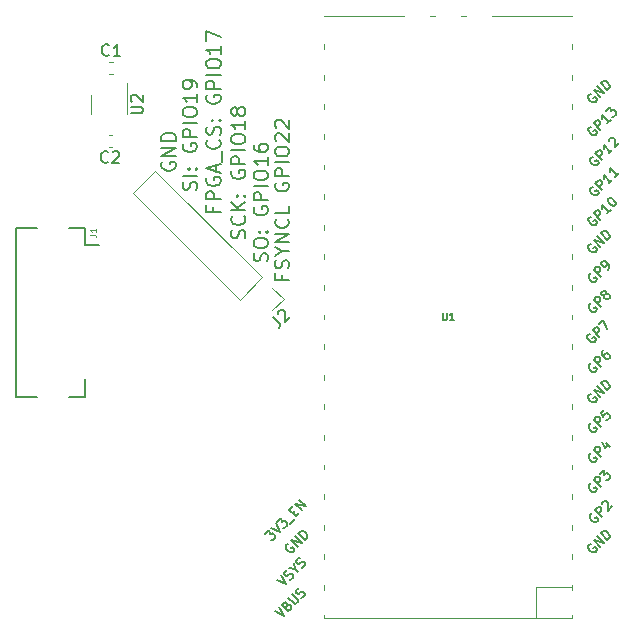
<source format=gbr>
G04 #@! TF.GenerationSoftware,KiCad,Pcbnew,(6.0.9)*
G04 #@! TF.CreationDate,2024-07-14T21:11:06-07:00*
G04 #@! TF.ProjectId,AccArray_PICO,41636341-7272-4617-995f-5049434f2e6b,rev?*
G04 #@! TF.SameCoordinates,Original*
G04 #@! TF.FileFunction,Legend,Top*
G04 #@! TF.FilePolarity,Positive*
%FSLAX46Y46*%
G04 Gerber Fmt 4.6, Leading zero omitted, Abs format (unit mm)*
G04 Created by KiCad (PCBNEW (6.0.9)) date 2024-07-14 21:11:06*
%MOMM*%
%LPD*%
G01*
G04 APERTURE LIST*
%ADD10C,0.200000*%
%ADD11C,0.150000*%
%ADD12C,0.125000*%
%ADD13C,0.120000*%
G04 APERTURE END LIST*
D10*
X149314285Y-89642857D02*
X149314285Y-90042857D01*
X149942857Y-90042857D02*
X148742857Y-90042857D01*
X148742857Y-89471428D01*
X149885714Y-89071428D02*
X149942857Y-88900000D01*
X149942857Y-88614285D01*
X149885714Y-88500000D01*
X149828571Y-88442857D01*
X149714285Y-88385714D01*
X149600000Y-88385714D01*
X149485714Y-88442857D01*
X149428571Y-88500000D01*
X149371428Y-88614285D01*
X149314285Y-88842857D01*
X149257142Y-88957142D01*
X149200000Y-89014285D01*
X149085714Y-89071428D01*
X148971428Y-89071428D01*
X148857142Y-89014285D01*
X148800000Y-88957142D01*
X148742857Y-88842857D01*
X148742857Y-88557142D01*
X148800000Y-88385714D01*
X149371428Y-87642857D02*
X149942857Y-87642857D01*
X148742857Y-88042857D02*
X149371428Y-87642857D01*
X148742857Y-87242857D01*
X149942857Y-86842857D02*
X148742857Y-86842857D01*
X149942857Y-86157142D01*
X148742857Y-86157142D01*
X149828571Y-84900000D02*
X149885714Y-84957142D01*
X149942857Y-85128571D01*
X149942857Y-85242857D01*
X149885714Y-85414285D01*
X149771428Y-85528571D01*
X149657142Y-85585714D01*
X149428571Y-85642857D01*
X149257142Y-85642857D01*
X149028571Y-85585714D01*
X148914285Y-85528571D01*
X148800000Y-85414285D01*
X148742857Y-85242857D01*
X148742857Y-85128571D01*
X148800000Y-84957142D01*
X148857142Y-84900000D01*
X149942857Y-83814285D02*
X149942857Y-84385714D01*
X148742857Y-84385714D01*
X148800000Y-81871428D02*
X148742857Y-81985714D01*
X148742857Y-82157142D01*
X148800000Y-82328571D01*
X148914285Y-82442857D01*
X149028571Y-82500000D01*
X149257142Y-82557142D01*
X149428571Y-82557142D01*
X149657142Y-82500000D01*
X149771428Y-82442857D01*
X149885714Y-82328571D01*
X149942857Y-82157142D01*
X149942857Y-82042857D01*
X149885714Y-81871428D01*
X149828571Y-81814285D01*
X149428571Y-81814285D01*
X149428571Y-82042857D01*
X149942857Y-81300000D02*
X148742857Y-81300000D01*
X148742857Y-80842857D01*
X148800000Y-80728571D01*
X148857142Y-80671428D01*
X148971428Y-80614285D01*
X149142857Y-80614285D01*
X149257142Y-80671428D01*
X149314285Y-80728571D01*
X149371428Y-80842857D01*
X149371428Y-81300000D01*
X149942857Y-80100000D02*
X148742857Y-80100000D01*
X148742857Y-79300000D02*
X148742857Y-79071428D01*
X148800000Y-78957142D01*
X148914285Y-78842857D01*
X149142857Y-78785714D01*
X149542857Y-78785714D01*
X149771428Y-78842857D01*
X149885714Y-78957142D01*
X149942857Y-79071428D01*
X149942857Y-79300000D01*
X149885714Y-79414285D01*
X149771428Y-79528571D01*
X149542857Y-79585714D01*
X149142857Y-79585714D01*
X148914285Y-79528571D01*
X148800000Y-79414285D01*
X148742857Y-79300000D01*
X148857142Y-78328571D02*
X148800000Y-78271428D01*
X148742857Y-78157142D01*
X148742857Y-77871428D01*
X148800000Y-77757142D01*
X148857142Y-77700000D01*
X148971428Y-77642857D01*
X149085714Y-77642857D01*
X149257142Y-77700000D01*
X149942857Y-78385714D01*
X149942857Y-77642857D01*
X148857142Y-77185714D02*
X148800000Y-77128571D01*
X148742857Y-77014285D01*
X148742857Y-76728571D01*
X148800000Y-76614285D01*
X148857142Y-76557142D01*
X148971428Y-76500000D01*
X149085714Y-76500000D01*
X149257142Y-76557142D01*
X149942857Y-77242857D01*
X149942857Y-76500000D01*
X139200000Y-80114285D02*
X139142857Y-80228571D01*
X139142857Y-80400000D01*
X139200000Y-80571428D01*
X139314285Y-80685714D01*
X139428571Y-80742857D01*
X139657142Y-80800000D01*
X139828571Y-80800000D01*
X140057142Y-80742857D01*
X140171428Y-80685714D01*
X140285714Y-80571428D01*
X140342857Y-80400000D01*
X140342857Y-80285714D01*
X140285714Y-80114285D01*
X140228571Y-80057142D01*
X139828571Y-80057142D01*
X139828571Y-80285714D01*
X140342857Y-79542857D02*
X139142857Y-79542857D01*
X140342857Y-78857142D01*
X139142857Y-78857142D01*
X140342857Y-78285714D02*
X139142857Y-78285714D01*
X139142857Y-78000000D01*
X139200000Y-77828571D01*
X139314285Y-77714285D01*
X139428571Y-77657142D01*
X139657142Y-77600000D01*
X139828571Y-77600000D01*
X140057142Y-77657142D01*
X140171428Y-77714285D01*
X140285714Y-77828571D01*
X140342857Y-78000000D01*
X140342857Y-78285714D01*
X148085714Y-88471428D02*
X148142857Y-88300000D01*
X148142857Y-88014285D01*
X148085714Y-87900000D01*
X148028571Y-87842857D01*
X147914285Y-87785714D01*
X147800000Y-87785714D01*
X147685714Y-87842857D01*
X147628571Y-87900000D01*
X147571428Y-88014285D01*
X147514285Y-88242857D01*
X147457142Y-88357142D01*
X147400000Y-88414285D01*
X147285714Y-88471428D01*
X147171428Y-88471428D01*
X147057142Y-88414285D01*
X147000000Y-88357142D01*
X146942857Y-88242857D01*
X146942857Y-87957142D01*
X147000000Y-87785714D01*
X146942857Y-87042857D02*
X146942857Y-86814285D01*
X147000000Y-86700000D01*
X147114285Y-86585714D01*
X147342857Y-86528571D01*
X147742857Y-86528571D01*
X147971428Y-86585714D01*
X148085714Y-86700000D01*
X148142857Y-86814285D01*
X148142857Y-87042857D01*
X148085714Y-87157142D01*
X147971428Y-87271428D01*
X147742857Y-87328571D01*
X147342857Y-87328571D01*
X147114285Y-87271428D01*
X147000000Y-87157142D01*
X146942857Y-87042857D01*
X148028571Y-86014285D02*
X148085714Y-85957142D01*
X148142857Y-86014285D01*
X148085714Y-86071428D01*
X148028571Y-86014285D01*
X148142857Y-86014285D01*
X147400000Y-86014285D02*
X147457142Y-85957142D01*
X147514285Y-86014285D01*
X147457142Y-86071428D01*
X147400000Y-86014285D01*
X147514285Y-86014285D01*
X147000000Y-83900000D02*
X146942857Y-84014285D01*
X146942857Y-84185714D01*
X147000000Y-84357142D01*
X147114285Y-84471428D01*
X147228571Y-84528571D01*
X147457142Y-84585714D01*
X147628571Y-84585714D01*
X147857142Y-84528571D01*
X147971428Y-84471428D01*
X148085714Y-84357142D01*
X148142857Y-84185714D01*
X148142857Y-84071428D01*
X148085714Y-83900000D01*
X148028571Y-83842857D01*
X147628571Y-83842857D01*
X147628571Y-84071428D01*
X148142857Y-83328571D02*
X146942857Y-83328571D01*
X146942857Y-82871428D01*
X147000000Y-82757142D01*
X147057142Y-82700000D01*
X147171428Y-82642857D01*
X147342857Y-82642857D01*
X147457142Y-82700000D01*
X147514285Y-82757142D01*
X147571428Y-82871428D01*
X147571428Y-83328571D01*
X148142857Y-82128571D02*
X146942857Y-82128571D01*
X146942857Y-81328571D02*
X146942857Y-81100000D01*
X147000000Y-80985714D01*
X147114285Y-80871428D01*
X147342857Y-80814285D01*
X147742857Y-80814285D01*
X147971428Y-80871428D01*
X148085714Y-80985714D01*
X148142857Y-81100000D01*
X148142857Y-81328571D01*
X148085714Y-81442857D01*
X147971428Y-81557142D01*
X147742857Y-81614285D01*
X147342857Y-81614285D01*
X147114285Y-81557142D01*
X147000000Y-81442857D01*
X146942857Y-81328571D01*
X148142857Y-79671428D02*
X148142857Y-80357142D01*
X148142857Y-80014285D02*
X146942857Y-80014285D01*
X147114285Y-80128571D01*
X147228571Y-80242857D01*
X147285714Y-80357142D01*
X146942857Y-78642857D02*
X146942857Y-78871428D01*
X147000000Y-78985714D01*
X147057142Y-79042857D01*
X147228571Y-79157142D01*
X147457142Y-79214285D01*
X147914285Y-79214285D01*
X148028571Y-79157142D01*
X148085714Y-79100000D01*
X148142857Y-78985714D01*
X148142857Y-78757142D01*
X148085714Y-78642857D01*
X148028571Y-78585714D01*
X147914285Y-78528571D01*
X147628571Y-78528571D01*
X147514285Y-78585714D01*
X147457142Y-78642857D01*
X147400000Y-78757142D01*
X147400000Y-78985714D01*
X147457142Y-79100000D01*
X147514285Y-79157142D01*
X147628571Y-79214285D01*
X142085714Y-82428571D02*
X142142857Y-82257142D01*
X142142857Y-81971428D01*
X142085714Y-81857142D01*
X142028571Y-81800000D01*
X141914285Y-81742857D01*
X141800000Y-81742857D01*
X141685714Y-81800000D01*
X141628571Y-81857142D01*
X141571428Y-81971428D01*
X141514285Y-82200000D01*
X141457142Y-82314285D01*
X141400000Y-82371428D01*
X141285714Y-82428571D01*
X141171428Y-82428571D01*
X141057142Y-82371428D01*
X141000000Y-82314285D01*
X140942857Y-82200000D01*
X140942857Y-81914285D01*
X141000000Y-81742857D01*
X142142857Y-81228571D02*
X140942857Y-81228571D01*
X142028571Y-80657142D02*
X142085714Y-80600000D01*
X142142857Y-80657142D01*
X142085714Y-80714285D01*
X142028571Y-80657142D01*
X142142857Y-80657142D01*
X141400000Y-80657142D02*
X141457142Y-80600000D01*
X141514285Y-80657142D01*
X141457142Y-80714285D01*
X141400000Y-80657142D01*
X141514285Y-80657142D01*
X141000000Y-78542857D02*
X140942857Y-78657142D01*
X140942857Y-78828571D01*
X141000000Y-79000000D01*
X141114285Y-79114285D01*
X141228571Y-79171428D01*
X141457142Y-79228571D01*
X141628571Y-79228571D01*
X141857142Y-79171428D01*
X141971428Y-79114285D01*
X142085714Y-79000000D01*
X142142857Y-78828571D01*
X142142857Y-78714285D01*
X142085714Y-78542857D01*
X142028571Y-78485714D01*
X141628571Y-78485714D01*
X141628571Y-78714285D01*
X142142857Y-77971428D02*
X140942857Y-77971428D01*
X140942857Y-77514285D01*
X141000000Y-77400000D01*
X141057142Y-77342857D01*
X141171428Y-77285714D01*
X141342857Y-77285714D01*
X141457142Y-77342857D01*
X141514285Y-77400000D01*
X141571428Y-77514285D01*
X141571428Y-77971428D01*
X142142857Y-76771428D02*
X140942857Y-76771428D01*
X140942857Y-75971428D02*
X140942857Y-75742857D01*
X141000000Y-75628571D01*
X141114285Y-75514285D01*
X141342857Y-75457142D01*
X141742857Y-75457142D01*
X141971428Y-75514285D01*
X142085714Y-75628571D01*
X142142857Y-75742857D01*
X142142857Y-75971428D01*
X142085714Y-76085714D01*
X141971428Y-76200000D01*
X141742857Y-76257142D01*
X141342857Y-76257142D01*
X141114285Y-76200000D01*
X141000000Y-76085714D01*
X140942857Y-75971428D01*
X142142857Y-74314285D02*
X142142857Y-75000000D01*
X142142857Y-74657142D02*
X140942857Y-74657142D01*
X141114285Y-74771428D01*
X141228571Y-74885714D01*
X141285714Y-75000000D01*
X142142857Y-73742857D02*
X142142857Y-73514285D01*
X142085714Y-73400000D01*
X142028571Y-73342857D01*
X141857142Y-73228571D01*
X141628571Y-73171428D01*
X141171428Y-73171428D01*
X141057142Y-73228571D01*
X141000000Y-73285714D01*
X140942857Y-73400000D01*
X140942857Y-73628571D01*
X141000000Y-73742857D01*
X141057142Y-73800000D01*
X141171428Y-73857142D01*
X141457142Y-73857142D01*
X141571428Y-73800000D01*
X141628571Y-73742857D01*
X141685714Y-73628571D01*
X141685714Y-73400000D01*
X141628571Y-73285714D01*
X141571428Y-73228571D01*
X141457142Y-73171428D01*
X143514285Y-83871428D02*
X143514285Y-84271428D01*
X144142857Y-84271428D02*
X142942857Y-84271428D01*
X142942857Y-83700000D01*
X144142857Y-83242857D02*
X142942857Y-83242857D01*
X142942857Y-82785714D01*
X143000000Y-82671428D01*
X143057142Y-82614285D01*
X143171428Y-82557142D01*
X143342857Y-82557142D01*
X143457142Y-82614285D01*
X143514285Y-82671428D01*
X143571428Y-82785714D01*
X143571428Y-83242857D01*
X143000000Y-81414285D02*
X142942857Y-81528571D01*
X142942857Y-81700000D01*
X143000000Y-81871428D01*
X143114285Y-81985714D01*
X143228571Y-82042857D01*
X143457142Y-82100000D01*
X143628571Y-82100000D01*
X143857142Y-82042857D01*
X143971428Y-81985714D01*
X144085714Y-81871428D01*
X144142857Y-81700000D01*
X144142857Y-81585714D01*
X144085714Y-81414285D01*
X144028571Y-81357142D01*
X143628571Y-81357142D01*
X143628571Y-81585714D01*
X143800000Y-80900000D02*
X143800000Y-80328571D01*
X144142857Y-81014285D02*
X142942857Y-80614285D01*
X144142857Y-80214285D01*
X144257142Y-80100000D02*
X144257142Y-79185714D01*
X144028571Y-78214285D02*
X144085714Y-78271428D01*
X144142857Y-78442857D01*
X144142857Y-78557142D01*
X144085714Y-78728571D01*
X143971428Y-78842857D01*
X143857142Y-78900000D01*
X143628571Y-78957142D01*
X143457142Y-78957142D01*
X143228571Y-78900000D01*
X143114285Y-78842857D01*
X143000000Y-78728571D01*
X142942857Y-78557142D01*
X142942857Y-78442857D01*
X143000000Y-78271428D01*
X143057142Y-78214285D01*
X144085714Y-77757142D02*
X144142857Y-77585714D01*
X144142857Y-77300000D01*
X144085714Y-77185714D01*
X144028571Y-77128571D01*
X143914285Y-77071428D01*
X143800000Y-77071428D01*
X143685714Y-77128571D01*
X143628571Y-77185714D01*
X143571428Y-77300000D01*
X143514285Y-77528571D01*
X143457142Y-77642857D01*
X143400000Y-77700000D01*
X143285714Y-77757142D01*
X143171428Y-77757142D01*
X143057142Y-77700000D01*
X143000000Y-77642857D01*
X142942857Y-77528571D01*
X142942857Y-77242857D01*
X143000000Y-77071428D01*
X144028571Y-76557142D02*
X144085714Y-76500000D01*
X144142857Y-76557142D01*
X144085714Y-76614285D01*
X144028571Y-76557142D01*
X144142857Y-76557142D01*
X143400000Y-76557142D02*
X143457142Y-76500000D01*
X143514285Y-76557142D01*
X143457142Y-76614285D01*
X143400000Y-76557142D01*
X143514285Y-76557142D01*
X143000000Y-74442857D02*
X142942857Y-74557142D01*
X142942857Y-74728571D01*
X143000000Y-74900000D01*
X143114285Y-75014285D01*
X143228571Y-75071428D01*
X143457142Y-75128571D01*
X143628571Y-75128571D01*
X143857142Y-75071428D01*
X143971428Y-75014285D01*
X144085714Y-74900000D01*
X144142857Y-74728571D01*
X144142857Y-74614285D01*
X144085714Y-74442857D01*
X144028571Y-74385714D01*
X143628571Y-74385714D01*
X143628571Y-74614285D01*
X144142857Y-73871428D02*
X142942857Y-73871428D01*
X142942857Y-73414285D01*
X143000000Y-73300000D01*
X143057142Y-73242857D01*
X143171428Y-73185714D01*
X143342857Y-73185714D01*
X143457142Y-73242857D01*
X143514285Y-73300000D01*
X143571428Y-73414285D01*
X143571428Y-73871428D01*
X144142857Y-72671428D02*
X142942857Y-72671428D01*
X142942857Y-71871428D02*
X142942857Y-71642857D01*
X143000000Y-71528571D01*
X143114285Y-71414285D01*
X143342857Y-71357142D01*
X143742857Y-71357142D01*
X143971428Y-71414285D01*
X144085714Y-71528571D01*
X144142857Y-71642857D01*
X144142857Y-71871428D01*
X144085714Y-71985714D01*
X143971428Y-72100000D01*
X143742857Y-72157142D01*
X143342857Y-72157142D01*
X143114285Y-72100000D01*
X143000000Y-71985714D01*
X142942857Y-71871428D01*
X144142857Y-70214285D02*
X144142857Y-70900000D01*
X144142857Y-70557142D02*
X142942857Y-70557142D01*
X143114285Y-70671428D01*
X143228571Y-70785714D01*
X143285714Y-70900000D01*
X142942857Y-69814285D02*
X142942857Y-69014285D01*
X144142857Y-69528571D01*
X146185714Y-86542857D02*
X146242857Y-86371428D01*
X146242857Y-86085714D01*
X146185714Y-85971428D01*
X146128571Y-85914285D01*
X146014285Y-85857142D01*
X145900000Y-85857142D01*
X145785714Y-85914285D01*
X145728571Y-85971428D01*
X145671428Y-86085714D01*
X145614285Y-86314285D01*
X145557142Y-86428571D01*
X145500000Y-86485714D01*
X145385714Y-86542857D01*
X145271428Y-86542857D01*
X145157142Y-86485714D01*
X145100000Y-86428571D01*
X145042857Y-86314285D01*
X145042857Y-86028571D01*
X145100000Y-85857142D01*
X146128571Y-84657142D02*
X146185714Y-84714285D01*
X146242857Y-84885714D01*
X146242857Y-85000000D01*
X146185714Y-85171428D01*
X146071428Y-85285714D01*
X145957142Y-85342857D01*
X145728571Y-85400000D01*
X145557142Y-85400000D01*
X145328571Y-85342857D01*
X145214285Y-85285714D01*
X145100000Y-85171428D01*
X145042857Y-85000000D01*
X145042857Y-84885714D01*
X145100000Y-84714285D01*
X145157142Y-84657142D01*
X146242857Y-84142857D02*
X145042857Y-84142857D01*
X146242857Y-83457142D02*
X145557142Y-83971428D01*
X145042857Y-83457142D02*
X145728571Y-84142857D01*
X146128571Y-82942857D02*
X146185714Y-82885714D01*
X146242857Y-82942857D01*
X146185714Y-83000000D01*
X146128571Y-82942857D01*
X146242857Y-82942857D01*
X145500000Y-82942857D02*
X145557142Y-82885714D01*
X145614285Y-82942857D01*
X145557142Y-83000000D01*
X145500000Y-82942857D01*
X145614285Y-82942857D01*
X145100000Y-80828571D02*
X145042857Y-80942857D01*
X145042857Y-81114285D01*
X145100000Y-81285714D01*
X145214285Y-81400000D01*
X145328571Y-81457142D01*
X145557142Y-81514285D01*
X145728571Y-81514285D01*
X145957142Y-81457142D01*
X146071428Y-81400000D01*
X146185714Y-81285714D01*
X146242857Y-81114285D01*
X146242857Y-81000000D01*
X146185714Y-80828571D01*
X146128571Y-80771428D01*
X145728571Y-80771428D01*
X145728571Y-81000000D01*
X146242857Y-80257142D02*
X145042857Y-80257142D01*
X145042857Y-79800000D01*
X145100000Y-79685714D01*
X145157142Y-79628571D01*
X145271428Y-79571428D01*
X145442857Y-79571428D01*
X145557142Y-79628571D01*
X145614285Y-79685714D01*
X145671428Y-79800000D01*
X145671428Y-80257142D01*
X146242857Y-79057142D02*
X145042857Y-79057142D01*
X145042857Y-78257142D02*
X145042857Y-78028571D01*
X145100000Y-77914285D01*
X145214285Y-77800000D01*
X145442857Y-77742857D01*
X145842857Y-77742857D01*
X146071428Y-77800000D01*
X146185714Y-77914285D01*
X146242857Y-78028571D01*
X146242857Y-78257142D01*
X146185714Y-78371428D01*
X146071428Y-78485714D01*
X145842857Y-78542857D01*
X145442857Y-78542857D01*
X145214285Y-78485714D01*
X145100000Y-78371428D01*
X145042857Y-78257142D01*
X146242857Y-76600000D02*
X146242857Y-77285714D01*
X146242857Y-76942857D02*
X145042857Y-76942857D01*
X145214285Y-77057142D01*
X145328571Y-77171428D01*
X145385714Y-77285714D01*
X145557142Y-75914285D02*
X145500000Y-76028571D01*
X145442857Y-76085714D01*
X145328571Y-76142857D01*
X145271428Y-76142857D01*
X145157142Y-76085714D01*
X145100000Y-76028571D01*
X145042857Y-75914285D01*
X145042857Y-75685714D01*
X145100000Y-75571428D01*
X145157142Y-75514285D01*
X145271428Y-75457142D01*
X145328571Y-75457142D01*
X145442857Y-75514285D01*
X145500000Y-75571428D01*
X145557142Y-75685714D01*
X145557142Y-75914285D01*
X145614285Y-76028571D01*
X145671428Y-76085714D01*
X145785714Y-76142857D01*
X146014285Y-76142857D01*
X146128571Y-76085714D01*
X146185714Y-76028571D01*
X146242857Y-75914285D01*
X146242857Y-75685714D01*
X146185714Y-75571428D01*
X146128571Y-75514285D01*
X146014285Y-75457142D01*
X145785714Y-75457142D01*
X145671428Y-75514285D01*
X145614285Y-75571428D01*
X145557142Y-75685714D01*
D11*
G04 #@! TO.C,J2*
X148616733Y-93188138D02*
X149121809Y-93693214D01*
X149189153Y-93827901D01*
X149189153Y-93962588D01*
X149121809Y-94097275D01*
X149054466Y-94164618D01*
X148987122Y-92952435D02*
X148987122Y-92885092D01*
X149020794Y-92784077D01*
X149189153Y-92615718D01*
X149290168Y-92582046D01*
X149357512Y-92582046D01*
X149458527Y-92615718D01*
X149525870Y-92683061D01*
X149593214Y-92817748D01*
X149593214Y-93625870D01*
X150030947Y-93188138D01*
D12*
G04 #@! TO.C,J1*
X133113690Y-86229166D02*
X133470833Y-86229166D01*
X133542261Y-86252976D01*
X133589880Y-86300595D01*
X133613690Y-86372023D01*
X133613690Y-86419642D01*
X133613690Y-85729166D02*
X133613690Y-86014880D01*
X133613690Y-85872023D02*
X133113690Y-85872023D01*
X133185119Y-85919642D01*
X133232738Y-85967261D01*
X133256547Y-86014880D01*
D11*
G04 #@! TO.C,U2*
X136552380Y-75961904D02*
X137361904Y-75961904D01*
X137457142Y-75914285D01*
X137504761Y-75866666D01*
X137552380Y-75771428D01*
X137552380Y-75580952D01*
X137504761Y-75485714D01*
X137457142Y-75438095D01*
X137361904Y-75390476D01*
X136552380Y-75390476D01*
X136647619Y-74961904D02*
X136600000Y-74914285D01*
X136552380Y-74819047D01*
X136552380Y-74580952D01*
X136600000Y-74485714D01*
X136647619Y-74438095D01*
X136742857Y-74390476D01*
X136838095Y-74390476D01*
X136980952Y-74438095D01*
X137552380Y-75009523D01*
X137552380Y-74390476D01*
G04 #@! TO.C,C2*
X134633333Y-80067142D02*
X134585714Y-80114761D01*
X134442857Y-80162380D01*
X134347619Y-80162380D01*
X134204761Y-80114761D01*
X134109523Y-80019523D01*
X134061904Y-79924285D01*
X134014285Y-79733809D01*
X134014285Y-79590952D01*
X134061904Y-79400476D01*
X134109523Y-79305238D01*
X134204761Y-79210000D01*
X134347619Y-79162380D01*
X134442857Y-79162380D01*
X134585714Y-79210000D01*
X134633333Y-79257619D01*
X135014285Y-79257619D02*
X135061904Y-79210000D01*
X135157142Y-79162380D01*
X135395238Y-79162380D01*
X135490476Y-79210000D01*
X135538095Y-79257619D01*
X135585714Y-79352857D01*
X135585714Y-79448095D01*
X135538095Y-79590952D01*
X134966666Y-80162380D01*
X135585714Y-80162380D01*
G04 #@! TO.C,C1*
X134703333Y-71007142D02*
X134655714Y-71054761D01*
X134512857Y-71102380D01*
X134417619Y-71102380D01*
X134274761Y-71054761D01*
X134179523Y-70959523D01*
X134131904Y-70864285D01*
X134084285Y-70673809D01*
X134084285Y-70530952D01*
X134131904Y-70340476D01*
X134179523Y-70245238D01*
X134274761Y-70150000D01*
X134417619Y-70102380D01*
X134512857Y-70102380D01*
X134655714Y-70150000D01*
X134703333Y-70197619D01*
X135655714Y-71102380D02*
X135084285Y-71102380D01*
X135370000Y-71102380D02*
X135370000Y-70102380D01*
X135274761Y-70245238D01*
X135179523Y-70340476D01*
X135084285Y-70388095D01*
G04 #@! TO.C,U1*
X162942857Y-92871428D02*
X162942857Y-93357142D01*
X162971428Y-93414285D01*
X163000000Y-93442857D01*
X163057142Y-93471428D01*
X163171428Y-93471428D01*
X163228571Y-93442857D01*
X163257142Y-93414285D01*
X163285714Y-93357142D01*
X163285714Y-92871428D01*
X163885714Y-93471428D02*
X163542857Y-93471428D01*
X163714285Y-93471428D02*
X163714285Y-92871428D01*
X163657142Y-92957142D01*
X163600000Y-93014285D01*
X163542857Y-93042857D01*
X175643722Y-82160592D02*
X175562910Y-82187529D01*
X175482097Y-82268341D01*
X175428223Y-82376091D01*
X175428223Y-82483841D01*
X175455160Y-82564653D01*
X175535972Y-82699340D01*
X175616784Y-82780152D01*
X175751471Y-82860964D01*
X175832284Y-82887902D01*
X175940033Y-82887902D01*
X176047783Y-82834027D01*
X176101658Y-82780152D01*
X176155532Y-82672402D01*
X176155532Y-82618528D01*
X175966971Y-82429966D01*
X175859221Y-82537715D01*
X176451844Y-82429966D02*
X175886158Y-81864280D01*
X176101658Y-81648781D01*
X176182470Y-81621844D01*
X176236345Y-81621844D01*
X176317157Y-81648781D01*
X176397969Y-81729593D01*
X176424906Y-81810406D01*
X176424906Y-81864280D01*
X176397969Y-81945093D01*
X176182470Y-82160592D01*
X177313841Y-81567969D02*
X176990592Y-81891218D01*
X177152216Y-81729593D02*
X176586531Y-81163908D01*
X176613468Y-81298595D01*
X176613468Y-81406345D01*
X176586531Y-81487157D01*
X177852589Y-81029221D02*
X177529340Y-81352470D01*
X177690964Y-81190845D02*
X177125279Y-80625160D01*
X177152216Y-80759847D01*
X177152216Y-80867597D01*
X177125279Y-80948409D01*
X149886158Y-112398155D02*
X149805346Y-112425093D01*
X149724534Y-112505905D01*
X149670659Y-112613654D01*
X149670659Y-112721404D01*
X149697597Y-112802216D01*
X149778409Y-112936903D01*
X149859221Y-113017715D01*
X149993908Y-113098528D01*
X150074720Y-113125465D01*
X150182470Y-113125465D01*
X150290219Y-113071590D01*
X150344094Y-113017715D01*
X150397969Y-112909966D01*
X150397969Y-112856091D01*
X150209407Y-112667529D01*
X150101658Y-112775279D01*
X150694280Y-112667529D02*
X150128595Y-112101844D01*
X151017529Y-112344280D01*
X150451844Y-111778595D01*
X151286903Y-112074906D02*
X150721218Y-111509221D01*
X150855905Y-111374534D01*
X150963654Y-111320659D01*
X151071404Y-111320659D01*
X151152216Y-111347597D01*
X151286903Y-111428409D01*
X151367715Y-111509221D01*
X151448528Y-111643908D01*
X151475465Y-111724720D01*
X151475465Y-111832470D01*
X151421590Y-111940219D01*
X151286903Y-112074906D01*
X175513096Y-102211218D02*
X175432284Y-102238155D01*
X175351471Y-102318967D01*
X175297597Y-102426717D01*
X175297597Y-102534467D01*
X175324534Y-102615279D01*
X175405346Y-102749966D01*
X175486158Y-102830778D01*
X175620845Y-102911590D01*
X175701658Y-102938528D01*
X175809407Y-102938528D01*
X175917157Y-102884653D01*
X175971032Y-102830778D01*
X176024906Y-102723028D01*
X176024906Y-102669154D01*
X175836345Y-102480592D01*
X175728595Y-102588341D01*
X176321218Y-102480592D02*
X175755532Y-101914906D01*
X175971032Y-101699407D01*
X176051844Y-101672470D01*
X176105719Y-101672470D01*
X176186531Y-101699407D01*
X176267343Y-101780219D01*
X176294280Y-101861032D01*
X176294280Y-101914906D01*
X176267343Y-101995719D01*
X176051844Y-102211218D01*
X176590592Y-101079847D02*
X176321218Y-101349221D01*
X176563654Y-101645532D01*
X176563654Y-101591658D01*
X176590592Y-101510845D01*
X176725279Y-101376158D01*
X176806091Y-101349221D01*
X176859966Y-101349221D01*
X176940778Y-101376158D01*
X177075465Y-101510845D01*
X177102402Y-101591658D01*
X177102402Y-101645532D01*
X177075465Y-101726345D01*
X176940778Y-101861032D01*
X176859966Y-101887969D01*
X176806091Y-101887969D01*
X148920473Y-115449966D02*
X149674720Y-115827089D01*
X149297597Y-115072842D01*
X149997969Y-115449966D02*
X150105719Y-115396091D01*
X150240406Y-115261404D01*
X150267343Y-115180592D01*
X150267343Y-115126717D01*
X150240406Y-115045905D01*
X150186531Y-114992030D01*
X150105719Y-114965093D01*
X150051844Y-114965093D01*
X149971032Y-114992030D01*
X149836345Y-115072842D01*
X149755532Y-115099780D01*
X149701658Y-115099780D01*
X149620845Y-115072842D01*
X149566971Y-115018967D01*
X149540033Y-114938155D01*
X149540033Y-114884280D01*
X149566971Y-114803468D01*
X149701658Y-114668781D01*
X149809407Y-114614906D01*
X150428967Y-114534094D02*
X150698341Y-114803468D01*
X149944094Y-114426345D02*
X150428967Y-114534094D01*
X150321218Y-114049221D01*
X151021590Y-114426345D02*
X151129340Y-114372470D01*
X151264027Y-114237783D01*
X151290964Y-114156971D01*
X151290964Y-114103096D01*
X151264027Y-114022284D01*
X151210152Y-113968409D01*
X151129340Y-113941471D01*
X151075465Y-113941471D01*
X150994653Y-113968409D01*
X150859966Y-114049221D01*
X150779154Y-114076158D01*
X150725279Y-114076158D01*
X150644467Y-114049221D01*
X150590592Y-113995346D01*
X150563654Y-113914534D01*
X150563654Y-113860659D01*
X150590592Y-113779847D01*
X150725279Y-113645160D01*
X150833028Y-113591285D01*
X147922131Y-111558308D02*
X148272317Y-111208122D01*
X148299255Y-111612183D01*
X148380067Y-111531370D01*
X148460879Y-111504433D01*
X148514754Y-111504433D01*
X148595566Y-111531370D01*
X148730253Y-111666057D01*
X148757190Y-111746870D01*
X148757190Y-111800744D01*
X148730253Y-111881557D01*
X148568629Y-112043181D01*
X148487816Y-112070118D01*
X148433942Y-112070118D01*
X148433942Y-111046497D02*
X149188189Y-111423621D01*
X148811065Y-110669374D01*
X148945752Y-110534687D02*
X149295938Y-110184500D01*
X149322876Y-110588561D01*
X149403688Y-110507749D01*
X149484500Y-110480812D01*
X149538375Y-110480812D01*
X149619187Y-110507749D01*
X149753874Y-110642436D01*
X149780812Y-110723248D01*
X149780812Y-110777123D01*
X149753874Y-110857935D01*
X149592250Y-111019560D01*
X149511438Y-111046497D01*
X149457563Y-111046497D01*
X150023248Y-110696311D02*
X150454247Y-110265312D01*
X150238748Y-109780439D02*
X150427309Y-109591877D01*
X150804433Y-109807377D02*
X150535059Y-110076751D01*
X149969374Y-109511065D01*
X150238748Y-109241691D01*
X151046870Y-109564940D02*
X150481184Y-108999255D01*
X151370118Y-109241691D01*
X150804433Y-108676006D01*
X175643722Y-79620592D02*
X175562910Y-79647529D01*
X175482097Y-79728341D01*
X175428223Y-79836091D01*
X175428223Y-79943841D01*
X175455160Y-80024653D01*
X175535972Y-80159340D01*
X175616784Y-80240152D01*
X175751471Y-80320964D01*
X175832284Y-80347902D01*
X175940033Y-80347902D01*
X176047783Y-80294027D01*
X176101658Y-80240152D01*
X176155532Y-80132402D01*
X176155532Y-80078528D01*
X175966971Y-79889966D01*
X175859221Y-79997715D01*
X176451844Y-79889966D02*
X175886158Y-79324280D01*
X176101658Y-79108781D01*
X176182470Y-79081844D01*
X176236345Y-79081844D01*
X176317157Y-79108781D01*
X176397969Y-79189593D01*
X176424906Y-79270406D01*
X176424906Y-79324280D01*
X176397969Y-79405093D01*
X176182470Y-79620592D01*
X177313841Y-79027969D02*
X176990592Y-79351218D01*
X177152216Y-79189593D02*
X176586531Y-78623908D01*
X176613468Y-78758595D01*
X176613468Y-78866345D01*
X176586531Y-78947157D01*
X177017529Y-78300659D02*
X177017529Y-78246784D01*
X177044467Y-78165972D01*
X177179154Y-78031285D01*
X177259966Y-78004348D01*
X177313841Y-78004348D01*
X177394653Y-78031285D01*
X177448528Y-78085160D01*
X177502402Y-78192910D01*
X177502402Y-78839407D01*
X177852589Y-78489221D01*
X175486158Y-112398155D02*
X175405346Y-112425093D01*
X175324534Y-112505905D01*
X175270659Y-112613654D01*
X175270659Y-112721404D01*
X175297597Y-112802216D01*
X175378409Y-112936903D01*
X175459221Y-113017715D01*
X175593908Y-113098528D01*
X175674720Y-113125465D01*
X175782470Y-113125465D01*
X175890219Y-113071590D01*
X175944094Y-113017715D01*
X175997969Y-112909966D01*
X175997969Y-112856091D01*
X175809407Y-112667529D01*
X175701658Y-112775279D01*
X176294280Y-112667529D02*
X175728595Y-112101844D01*
X176617529Y-112344280D01*
X176051844Y-111778595D01*
X176886903Y-112074906D02*
X176321218Y-111509221D01*
X176455905Y-111374534D01*
X176563654Y-111320659D01*
X176671404Y-111320659D01*
X176752216Y-111347597D01*
X176886903Y-111428409D01*
X176967715Y-111509221D01*
X177048528Y-111643908D01*
X177075465Y-111724720D01*
X177075465Y-111832470D01*
X177021590Y-111940219D01*
X176886903Y-112074906D01*
X175513096Y-92051218D02*
X175432284Y-92078155D01*
X175351471Y-92158967D01*
X175297597Y-92266717D01*
X175297597Y-92374467D01*
X175324534Y-92455279D01*
X175405346Y-92589966D01*
X175486158Y-92670778D01*
X175620845Y-92751590D01*
X175701658Y-92778528D01*
X175809407Y-92778528D01*
X175917157Y-92724653D01*
X175971032Y-92670778D01*
X176024906Y-92563028D01*
X176024906Y-92509154D01*
X175836345Y-92320592D01*
X175728595Y-92428341D01*
X176321218Y-92320592D02*
X175755532Y-91754906D01*
X175971032Y-91539407D01*
X176051844Y-91512470D01*
X176105719Y-91512470D01*
X176186531Y-91539407D01*
X176267343Y-91620219D01*
X176294280Y-91701032D01*
X176294280Y-91754906D01*
X176267343Y-91835719D01*
X176051844Y-92051218D01*
X176644467Y-91350845D02*
X176563654Y-91377783D01*
X176509780Y-91377783D01*
X176428967Y-91350845D01*
X176402030Y-91323908D01*
X176375093Y-91243096D01*
X176375093Y-91189221D01*
X176402030Y-91108409D01*
X176509780Y-91000659D01*
X176590592Y-90973722D01*
X176644467Y-90973722D01*
X176725279Y-91000659D01*
X176752216Y-91027597D01*
X176779154Y-91108409D01*
X176779154Y-91162284D01*
X176752216Y-91243096D01*
X176644467Y-91350845D01*
X176617529Y-91431658D01*
X176617529Y-91485532D01*
X176644467Y-91566345D01*
X176752216Y-91674094D01*
X176833028Y-91701032D01*
X176886903Y-91701032D01*
X176967715Y-91674094D01*
X177075465Y-91566345D01*
X177102402Y-91485532D01*
X177102402Y-91431658D01*
X177075465Y-91350845D01*
X176967715Y-91243096D01*
X176886903Y-91216158D01*
X176833028Y-91216158D01*
X176752216Y-91243096D01*
X175497722Y-84700592D02*
X175416910Y-84727529D01*
X175336097Y-84808341D01*
X175282223Y-84916091D01*
X175282223Y-85023841D01*
X175309160Y-85104653D01*
X175389972Y-85239340D01*
X175470784Y-85320152D01*
X175605471Y-85400964D01*
X175686284Y-85427902D01*
X175794033Y-85427902D01*
X175901783Y-85374027D01*
X175955658Y-85320152D01*
X176009532Y-85212402D01*
X176009532Y-85158528D01*
X175820971Y-84969966D01*
X175713221Y-85077715D01*
X176305844Y-84969966D02*
X175740158Y-84404280D01*
X175955658Y-84188781D01*
X176036470Y-84161844D01*
X176090345Y-84161844D01*
X176171157Y-84188781D01*
X176251969Y-84269593D01*
X176278906Y-84350406D01*
X176278906Y-84404280D01*
X176251969Y-84485093D01*
X176036470Y-84700592D01*
X177167841Y-84107969D02*
X176844592Y-84431218D01*
X177006216Y-84269593D02*
X176440531Y-83703908D01*
X176467468Y-83838595D01*
X176467468Y-83946345D01*
X176440531Y-84027157D01*
X176952341Y-83192097D02*
X177006216Y-83138223D01*
X177087028Y-83111285D01*
X177140903Y-83111285D01*
X177221715Y-83138223D01*
X177356402Y-83219035D01*
X177491089Y-83353722D01*
X177571902Y-83488409D01*
X177598839Y-83569221D01*
X177598839Y-83623096D01*
X177571902Y-83703908D01*
X177518027Y-83757783D01*
X177437215Y-83784720D01*
X177383340Y-83784720D01*
X177302528Y-83757783D01*
X177167841Y-83676971D01*
X177033154Y-83542284D01*
X176952341Y-83407597D01*
X176925404Y-83326784D01*
X176925404Y-83272910D01*
X176952341Y-83192097D01*
X175613096Y-109831218D02*
X175532284Y-109858155D01*
X175451471Y-109938967D01*
X175397597Y-110046717D01*
X175397597Y-110154467D01*
X175424534Y-110235279D01*
X175505346Y-110369966D01*
X175586158Y-110450778D01*
X175720845Y-110531590D01*
X175801658Y-110558528D01*
X175909407Y-110558528D01*
X176017157Y-110504653D01*
X176071032Y-110450778D01*
X176124906Y-110343028D01*
X176124906Y-110289154D01*
X175936345Y-110100592D01*
X175828595Y-110208341D01*
X176421218Y-110100592D02*
X175855532Y-109534906D01*
X176071032Y-109319407D01*
X176151844Y-109292470D01*
X176205719Y-109292470D01*
X176286531Y-109319407D01*
X176367343Y-109400219D01*
X176394280Y-109481032D01*
X176394280Y-109534906D01*
X176367343Y-109615719D01*
X176151844Y-109831218D01*
X176448155Y-109050033D02*
X176448155Y-108996158D01*
X176475093Y-108915346D01*
X176609780Y-108780659D01*
X176690592Y-108753722D01*
X176744467Y-108753722D01*
X176825279Y-108780659D01*
X176879154Y-108834534D01*
X176933028Y-108942284D01*
X176933028Y-109588781D01*
X177283215Y-109238595D01*
X175513096Y-104751218D02*
X175432284Y-104778155D01*
X175351471Y-104858967D01*
X175297597Y-104966717D01*
X175297597Y-105074467D01*
X175324534Y-105155279D01*
X175405346Y-105289966D01*
X175486158Y-105370778D01*
X175620845Y-105451590D01*
X175701658Y-105478528D01*
X175809407Y-105478528D01*
X175917157Y-105424653D01*
X175971032Y-105370778D01*
X176024906Y-105263028D01*
X176024906Y-105209154D01*
X175836345Y-105020592D01*
X175728595Y-105128341D01*
X176321218Y-105020592D02*
X175755532Y-104454906D01*
X175971032Y-104239407D01*
X176051844Y-104212470D01*
X176105719Y-104212470D01*
X176186531Y-104239407D01*
X176267343Y-104320219D01*
X176294280Y-104401032D01*
X176294280Y-104454906D01*
X176267343Y-104535719D01*
X176051844Y-104751218D01*
X176752216Y-103835346D02*
X177129340Y-104212470D01*
X176402030Y-103754534D02*
X176671404Y-104293282D01*
X177021590Y-103943096D01*
X175497722Y-77080592D02*
X175416910Y-77107529D01*
X175336097Y-77188341D01*
X175282223Y-77296091D01*
X175282223Y-77403841D01*
X175309160Y-77484653D01*
X175389972Y-77619340D01*
X175470784Y-77700152D01*
X175605471Y-77780964D01*
X175686284Y-77807902D01*
X175794033Y-77807902D01*
X175901783Y-77754027D01*
X175955658Y-77700152D01*
X176009532Y-77592402D01*
X176009532Y-77538528D01*
X175820971Y-77349966D01*
X175713221Y-77457715D01*
X176305844Y-77349966D02*
X175740158Y-76784280D01*
X175955658Y-76568781D01*
X176036470Y-76541844D01*
X176090345Y-76541844D01*
X176171157Y-76568781D01*
X176251969Y-76649593D01*
X176278906Y-76730406D01*
X176278906Y-76784280D01*
X176251969Y-76865093D01*
X176036470Y-77080592D01*
X177167841Y-76487969D02*
X176844592Y-76811218D01*
X177006216Y-76649593D02*
X176440531Y-76083908D01*
X176467468Y-76218595D01*
X176467468Y-76326345D01*
X176440531Y-76407157D01*
X176790717Y-75733722D02*
X177140903Y-75383536D01*
X177167841Y-75787597D01*
X177248653Y-75706784D01*
X177329465Y-75679847D01*
X177383340Y-75679847D01*
X177464152Y-75706784D01*
X177598839Y-75841471D01*
X177625776Y-75922284D01*
X177625776Y-75976158D01*
X177598839Y-76056971D01*
X177437215Y-76218595D01*
X177356402Y-76245532D01*
X177302528Y-76245532D01*
X175513096Y-107291218D02*
X175432284Y-107318155D01*
X175351471Y-107398967D01*
X175297597Y-107506717D01*
X175297597Y-107614467D01*
X175324534Y-107695279D01*
X175405346Y-107829966D01*
X175486158Y-107910778D01*
X175620845Y-107991590D01*
X175701658Y-108018528D01*
X175809407Y-108018528D01*
X175917157Y-107964653D01*
X175971032Y-107910778D01*
X176024906Y-107803028D01*
X176024906Y-107749154D01*
X175836345Y-107560592D01*
X175728595Y-107668341D01*
X176321218Y-107560592D02*
X175755532Y-106994906D01*
X175971032Y-106779407D01*
X176051844Y-106752470D01*
X176105719Y-106752470D01*
X176186531Y-106779407D01*
X176267343Y-106860219D01*
X176294280Y-106941032D01*
X176294280Y-106994906D01*
X176267343Y-107075719D01*
X176051844Y-107291218D01*
X176267343Y-106483096D02*
X176617529Y-106132910D01*
X176644467Y-106536971D01*
X176725279Y-106456158D01*
X176806091Y-106429221D01*
X176859966Y-106429221D01*
X176940778Y-106456158D01*
X177075465Y-106590845D01*
X177102402Y-106671658D01*
X177102402Y-106725532D01*
X177075465Y-106806345D01*
X176913841Y-106967969D01*
X176833028Y-106994906D01*
X176779154Y-106994906D01*
X175413096Y-94621218D02*
X175332284Y-94648155D01*
X175251471Y-94728967D01*
X175197597Y-94836717D01*
X175197597Y-94944467D01*
X175224534Y-95025279D01*
X175305346Y-95159966D01*
X175386158Y-95240778D01*
X175520845Y-95321590D01*
X175601658Y-95348528D01*
X175709407Y-95348528D01*
X175817157Y-95294653D01*
X175871032Y-95240778D01*
X175924906Y-95133028D01*
X175924906Y-95079154D01*
X175736345Y-94890592D01*
X175628595Y-94998341D01*
X176221218Y-94890592D02*
X175655532Y-94324906D01*
X175871032Y-94109407D01*
X175951844Y-94082470D01*
X176005719Y-94082470D01*
X176086531Y-94109407D01*
X176167343Y-94190219D01*
X176194280Y-94271032D01*
X176194280Y-94324906D01*
X176167343Y-94405719D01*
X175951844Y-94621218D01*
X176167343Y-93813096D02*
X176544467Y-93435972D01*
X176867715Y-94244094D01*
X175486158Y-99698155D02*
X175405346Y-99725093D01*
X175324534Y-99805905D01*
X175270659Y-99913654D01*
X175270659Y-100021404D01*
X175297597Y-100102216D01*
X175378409Y-100236903D01*
X175459221Y-100317715D01*
X175593908Y-100398528D01*
X175674720Y-100425465D01*
X175782470Y-100425465D01*
X175890219Y-100371590D01*
X175944094Y-100317715D01*
X175997969Y-100209966D01*
X175997969Y-100156091D01*
X175809407Y-99967529D01*
X175701658Y-100075279D01*
X176294280Y-99967529D02*
X175728595Y-99401844D01*
X176617529Y-99644280D01*
X176051844Y-99078595D01*
X176886903Y-99374906D02*
X176321218Y-98809221D01*
X176455905Y-98674534D01*
X176563654Y-98620659D01*
X176671404Y-98620659D01*
X176752216Y-98647597D01*
X176886903Y-98728409D01*
X176967715Y-98809221D01*
X177048528Y-98943908D01*
X177075465Y-99024720D01*
X177075465Y-99132470D01*
X177021590Y-99240219D01*
X176886903Y-99374906D01*
X175513096Y-97131218D02*
X175432284Y-97158155D01*
X175351471Y-97238967D01*
X175297597Y-97346717D01*
X175297597Y-97454467D01*
X175324534Y-97535279D01*
X175405346Y-97669966D01*
X175486158Y-97750778D01*
X175620845Y-97831590D01*
X175701658Y-97858528D01*
X175809407Y-97858528D01*
X175917157Y-97804653D01*
X175971032Y-97750778D01*
X176024906Y-97643028D01*
X176024906Y-97589154D01*
X175836345Y-97400592D01*
X175728595Y-97508341D01*
X176321218Y-97400592D02*
X175755532Y-96834906D01*
X175971032Y-96619407D01*
X176051844Y-96592470D01*
X176105719Y-96592470D01*
X176186531Y-96619407D01*
X176267343Y-96700219D01*
X176294280Y-96781032D01*
X176294280Y-96834906D01*
X176267343Y-96915719D01*
X176051844Y-97131218D01*
X176563654Y-96026784D02*
X176455905Y-96134534D01*
X176428967Y-96215346D01*
X176428967Y-96269221D01*
X176455905Y-96403908D01*
X176536717Y-96538595D01*
X176752216Y-96754094D01*
X176833028Y-96781032D01*
X176886903Y-96781032D01*
X176967715Y-96754094D01*
X177075465Y-96646345D01*
X177102402Y-96565532D01*
X177102402Y-96511658D01*
X177075465Y-96430845D01*
X176940778Y-96296158D01*
X176859966Y-96269221D01*
X176806091Y-96269221D01*
X176725279Y-96296158D01*
X176617529Y-96403908D01*
X176590592Y-96484720D01*
X176590592Y-96538595D01*
X176617529Y-96619407D01*
X148753129Y-118127309D02*
X149507377Y-118504433D01*
X149130253Y-117750186D01*
X149776751Y-117642436D02*
X149884500Y-117588561D01*
X149938375Y-117588561D01*
X150019187Y-117615499D01*
X150100000Y-117696311D01*
X150126937Y-117777123D01*
X150126937Y-117830998D01*
X150100000Y-117911810D01*
X149884500Y-118127309D01*
X149318815Y-117561624D01*
X149507377Y-117373062D01*
X149588189Y-117346125D01*
X149642064Y-117346125D01*
X149722876Y-117373062D01*
X149776751Y-117426937D01*
X149803688Y-117507749D01*
X149803688Y-117561624D01*
X149776751Y-117642436D01*
X149588189Y-117830998D01*
X149884500Y-116995938D02*
X150342436Y-117453874D01*
X150423248Y-117480812D01*
X150477123Y-117480812D01*
X150557935Y-117453874D01*
X150665685Y-117346125D01*
X150692622Y-117265312D01*
X150692622Y-117211438D01*
X150665685Y-117130625D01*
X150207749Y-116672690D01*
X150988934Y-116969001D02*
X151096683Y-116915126D01*
X151231370Y-116780439D01*
X151258308Y-116699627D01*
X151258308Y-116645752D01*
X151231370Y-116564940D01*
X151177496Y-116511065D01*
X151096683Y-116484128D01*
X151042809Y-116484128D01*
X150961996Y-116511065D01*
X150827309Y-116591877D01*
X150746497Y-116618815D01*
X150692622Y-116618815D01*
X150611810Y-116591877D01*
X150557935Y-116538003D01*
X150530998Y-116457190D01*
X150530998Y-116403316D01*
X150557935Y-116322503D01*
X150692622Y-116187816D01*
X150800372Y-116133942D01*
X175513096Y-89511218D02*
X175432284Y-89538155D01*
X175351471Y-89618967D01*
X175297597Y-89726717D01*
X175297597Y-89834467D01*
X175324534Y-89915279D01*
X175405346Y-90049966D01*
X175486158Y-90130778D01*
X175620845Y-90211590D01*
X175701658Y-90238528D01*
X175809407Y-90238528D01*
X175917157Y-90184653D01*
X175971032Y-90130778D01*
X176024906Y-90023028D01*
X176024906Y-89969154D01*
X175836345Y-89780592D01*
X175728595Y-89888341D01*
X176321218Y-89780592D02*
X175755532Y-89214906D01*
X175971032Y-88999407D01*
X176051844Y-88972470D01*
X176105719Y-88972470D01*
X176186531Y-88999407D01*
X176267343Y-89080219D01*
X176294280Y-89161032D01*
X176294280Y-89214906D01*
X176267343Y-89295719D01*
X176051844Y-89511218D01*
X176913841Y-89187969D02*
X177021590Y-89080219D01*
X177048528Y-88999407D01*
X177048528Y-88945532D01*
X177021590Y-88810845D01*
X176940778Y-88676158D01*
X176725279Y-88460659D01*
X176644467Y-88433722D01*
X176590592Y-88433722D01*
X176509780Y-88460659D01*
X176402030Y-88568409D01*
X176375093Y-88649221D01*
X176375093Y-88703096D01*
X176402030Y-88783908D01*
X176536717Y-88918595D01*
X176617529Y-88945532D01*
X176671404Y-88945532D01*
X176752216Y-88918595D01*
X176859966Y-88810845D01*
X176886903Y-88730033D01*
X176886903Y-88676158D01*
X176859966Y-88595346D01*
X175486158Y-86998155D02*
X175405346Y-87025093D01*
X175324534Y-87105905D01*
X175270659Y-87213654D01*
X175270659Y-87321404D01*
X175297597Y-87402216D01*
X175378409Y-87536903D01*
X175459221Y-87617715D01*
X175593908Y-87698528D01*
X175674720Y-87725465D01*
X175782470Y-87725465D01*
X175890219Y-87671590D01*
X175944094Y-87617715D01*
X175997969Y-87509966D01*
X175997969Y-87456091D01*
X175809407Y-87267529D01*
X175701658Y-87375279D01*
X176294280Y-87267529D02*
X175728595Y-86701844D01*
X176617529Y-86944280D01*
X176051844Y-86378595D01*
X176886903Y-86674906D02*
X176321218Y-86109221D01*
X176455905Y-85974534D01*
X176563654Y-85920659D01*
X176671404Y-85920659D01*
X176752216Y-85947597D01*
X176886903Y-86028409D01*
X176967715Y-86109221D01*
X177048528Y-86243908D01*
X177075465Y-86324720D01*
X177075465Y-86432470D01*
X177021590Y-86540219D01*
X176886903Y-86674906D01*
X175486158Y-74298155D02*
X175405346Y-74325093D01*
X175324534Y-74405905D01*
X175270659Y-74513654D01*
X175270659Y-74621404D01*
X175297597Y-74702216D01*
X175378409Y-74836903D01*
X175459221Y-74917715D01*
X175593908Y-74998528D01*
X175674720Y-75025465D01*
X175782470Y-75025465D01*
X175890219Y-74971590D01*
X175944094Y-74917715D01*
X175997969Y-74809966D01*
X175997969Y-74756091D01*
X175809407Y-74567529D01*
X175701658Y-74675279D01*
X176294280Y-74567529D02*
X175728595Y-74001844D01*
X176617529Y-74244280D01*
X176051844Y-73678595D01*
X176886903Y-73974906D02*
X176321218Y-73409221D01*
X176455905Y-73274534D01*
X176563654Y-73220659D01*
X176671404Y-73220659D01*
X176752216Y-73247597D01*
X176886903Y-73328409D01*
X176967715Y-73409221D01*
X177048528Y-73543908D01*
X177075465Y-73624720D01*
X177075465Y-73732470D01*
X177021590Y-73840219D01*
X176886903Y-73974906D01*
D13*
G04 #@! TO.C,J2*
X145753624Y-91734528D02*
X136730942Y-82711846D01*
X138611846Y-80830942D02*
X136730942Y-82711846D01*
X147634528Y-89853624D02*
X145753624Y-91734528D01*
X149473006Y-91692102D02*
X148532554Y-92632554D01*
X148532554Y-90751650D02*
X149473006Y-91692102D01*
X147634528Y-89853624D02*
X138611846Y-80830942D01*
D10*
G04 #@! TO.C,J1*
X132650000Y-87140000D02*
X133850000Y-87140000D01*
X128590000Y-85650000D02*
X126850000Y-85650000D01*
X132650000Y-98460000D02*
X132650000Y-99950000D01*
X132650000Y-85650000D02*
X131310000Y-85650000D01*
X132650000Y-99950000D02*
X131310000Y-99950000D01*
X126850000Y-85650000D02*
X126850000Y-99950000D01*
X132650000Y-87140000D02*
X132650000Y-85650000D01*
X126850000Y-99950000D02*
X128590000Y-99950000D01*
D13*
G04 #@! TO.C,U2*
X133140000Y-75200000D02*
X133140000Y-74400000D01*
X136260000Y-75200000D02*
X136260000Y-73400000D01*
X136260000Y-75200000D02*
X136260000Y-76000000D01*
X133140000Y-75200000D02*
X133140000Y-76000000D01*
G04 #@! TO.C,C2*
X134940580Y-77770000D02*
X134659420Y-77770000D01*
X134940580Y-78790000D02*
X134659420Y-78790000D01*
G04 #@! TO.C,C1*
X134729420Y-72590000D02*
X135010580Y-72590000D01*
X134729420Y-71570000D02*
X135010580Y-71570000D01*
G04 #@! TO.C,U1*
X173900000Y-93400000D02*
X173900000Y-93000000D01*
X152900000Y-73100000D02*
X152900000Y-72700000D01*
X152900000Y-80700000D02*
X152900000Y-80300000D01*
X173900000Y-88300000D02*
X173900000Y-87900000D01*
X152900000Y-93400000D02*
X152900000Y-93000000D01*
X173900000Y-78100000D02*
X173900000Y-77700000D01*
X173900000Y-116033000D02*
X170893000Y-116033000D01*
X152900000Y-83200000D02*
X152900000Y-82800000D01*
X152900000Y-88300000D02*
X152900000Y-87900000D01*
X173900000Y-75600000D02*
X173900000Y-75200000D01*
X170893000Y-116033000D02*
X170893000Y-118700000D01*
X152900000Y-67700000D02*
X159700000Y-67700000D01*
X152900000Y-106100000D02*
X152900000Y-105700000D01*
X152900000Y-78100000D02*
X152900000Y-77700000D01*
X173900000Y-113700000D02*
X173900000Y-113300000D01*
X162300000Y-67700000D02*
X161900000Y-67700000D01*
X173900000Y-111200000D02*
X173900000Y-110800000D01*
X173900000Y-90900000D02*
X173900000Y-90500000D01*
X152900000Y-75600000D02*
X152900000Y-75200000D01*
X152900000Y-103600000D02*
X152900000Y-103200000D01*
X152900000Y-113700000D02*
X152900000Y-113300000D01*
X173900000Y-98500000D02*
X173900000Y-98100000D01*
X173900000Y-80700000D02*
X173900000Y-80300000D01*
X173900000Y-70500000D02*
X173900000Y-70100000D01*
X173900000Y-108600000D02*
X173900000Y-108200000D01*
X173900000Y-95900000D02*
X173900000Y-95500000D01*
X173900000Y-73100000D02*
X173900000Y-72700000D01*
X152900000Y-98500000D02*
X152900000Y-98100000D01*
X152900000Y-116300000D02*
X152900000Y-115900000D01*
X152900000Y-108600000D02*
X152900000Y-108200000D01*
X164900000Y-67700000D02*
X164500000Y-67700000D01*
X173900000Y-85800000D02*
X173900000Y-85400000D01*
X152900000Y-101000000D02*
X152900000Y-100600000D01*
X173900000Y-118700000D02*
X152900000Y-118700000D01*
X152900000Y-95900000D02*
X152900000Y-95500000D01*
X152900000Y-70500000D02*
X152900000Y-70100000D01*
X152900000Y-85800000D02*
X152900000Y-85400000D01*
X173900000Y-101000000D02*
X173900000Y-100600000D01*
X167100000Y-67700000D02*
X173900000Y-67700000D01*
X152900000Y-90900000D02*
X152900000Y-90500000D01*
X152900000Y-111200000D02*
X152900000Y-110800000D01*
X173900000Y-83200000D02*
X173900000Y-82800000D01*
X173900000Y-103600000D02*
X173900000Y-103200000D01*
X173900000Y-116300000D02*
X173900000Y-115900000D01*
X173900000Y-106100000D02*
X173900000Y-105700000D01*
X173900000Y-118700000D02*
X173900000Y-118400000D01*
X152900000Y-118700000D02*
X152900000Y-118400000D01*
G04 #@! TD*
M02*

</source>
